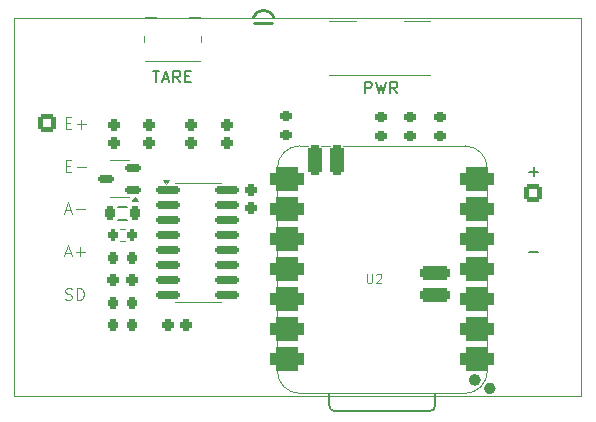
<source format=gto>
G04 #@! TF.GenerationSoftware,KiCad,Pcbnew,9.0.2*
G04 #@! TF.CreationDate,2025-08-04T18:18:05+01:00*
G04 #@! TF.ProjectId,mito,6d69746f-2e6b-4696-9361-645f70636258,rev?*
G04 #@! TF.SameCoordinates,Original*
G04 #@! TF.FileFunction,Legend,Top*
G04 #@! TF.FilePolarity,Positive*
%FSLAX46Y46*%
G04 Gerber Fmt 4.6, Leading zero omitted, Abs format (unit mm)*
G04 Created by KiCad (PCBNEW 9.0.2) date 2025-08-04 18:18:05*
%MOMM*%
%LPD*%
G01*
G04 APERTURE LIST*
G04 Aperture macros list*
%AMRoundRect*
0 Rectangle with rounded corners*
0 $1 Rounding radius*
0 $2 $3 $4 $5 $6 $7 $8 $9 X,Y pos of 4 corners*
0 Add a 4 corners polygon primitive as box body*
4,1,4,$2,$3,$4,$5,$6,$7,$8,$9,$2,$3,0*
0 Add four circle primitives for the rounded corners*
1,1,$1+$1,$2,$3*
1,1,$1+$1,$4,$5*
1,1,$1+$1,$6,$7*
1,1,$1+$1,$8,$9*
0 Add four rect primitives between the rounded corners*
20,1,$1+$1,$2,$3,$4,$5,0*
20,1,$1+$1,$4,$5,$6,$7,0*
20,1,$1+$1,$6,$7,$8,$9,0*
20,1,$1+$1,$8,$9,$2,$3,0*%
G04 Aperture macros list end*
%ADD10C,0.125000*%
%ADD11C,0.150000*%
%ADD12C,0.106680*%
%ADD13C,0.250000*%
%ADD14C,0.120000*%
%ADD15C,0.100000*%
%ADD16C,0.127000*%
%ADD17C,0.504000*%
%ADD18RoundRect,0.219000X-0.294000X0.219000X-0.294000X-0.219000X0.294000X-0.219000X0.294000X0.219000X0*%
%ADD19RoundRect,0.219000X-0.219000X-0.294000X0.219000X-0.294000X0.219000X0.294000X-0.219000X0.294000X0*%
%ADD20RoundRect,0.244000X-0.269000X0.244000X-0.269000X-0.244000X0.269000X-0.244000X0.269000X0.244000X0*%
%ADD21R,1.500000X1.000000*%
%ADD22R,0.500000X0.800000*%
%ADD23RoundRect,0.244000X0.269000X-0.244000X0.269000X0.244000X-0.269000X0.244000X-0.269000X-0.244000X0*%
%ADD24RoundRect,0.244000X0.244000X0.269000X-0.244000X0.269000X-0.244000X-0.269000X0.244000X-0.269000X0*%
%ADD25C,3.600000*%
%ADD26C,5.600000*%
%ADD27RoundRect,0.150000X-0.825000X-0.150000X0.825000X-0.150000X0.825000X0.150000X-0.825000X0.150000X0*%
%ADD28RoundRect,0.250000X-0.550000X0.550000X-0.550000X-0.550000X0.550000X-0.550000X0.550000X0.550000X0*%
%ADD29C,1.600000*%
%ADD30RoundRect,0.220000X-0.220000X-0.380000X0.220000X-0.380000X0.220000X0.380000X-0.220000X0.380000X0*%
%ADD31RoundRect,0.244000X-0.244000X-0.269000X0.244000X-0.269000X0.244000X0.269000X-0.244000X0.269000X0*%
%ADD32RoundRect,0.525400X0.900400X0.525400X-0.900400X0.525400X-0.900400X-0.525400X0.900400X-0.525400X0*%
%ADD33RoundRect,0.300400X-1.000400X-0.300400X1.000400X-0.300400X1.000400X0.300400X-1.000400X0.300400X0*%
%ADD34RoundRect,0.300400X0.300400X-1.000400X0.300400X1.000400X-0.300400X1.000400X-0.300400X-1.000400X0*%
%ADD35C,1.700000*%
%ADD36O,2.200000X3.500000*%
%ADD37R,1.500000X2.500000*%
%ADD38O,1.500000X2.500000*%
%ADD39R,1.550000X1.000000*%
%ADD40RoundRect,0.150000X0.512500X0.150000X-0.512500X0.150000X-0.512500X-0.150000X0.512500X-0.150000X0*%
%ADD41RoundRect,0.200000X-0.200000X-0.275000X0.200000X-0.275000X0.200000X0.275000X-0.200000X0.275000X0*%
G04 #@! TA.AperFunction,Profile*
%ADD42C,0.050000*%
G04 #@! TD*
G04 APERTURE END LIST*
D10*
X137350331Y-98467309D02*
X137683664Y-98467309D01*
X137826521Y-98991119D02*
X137350331Y-98991119D01*
X137350331Y-98991119D02*
X137350331Y-97991119D01*
X137350331Y-97991119D02*
X137826521Y-97991119D01*
X138255093Y-98610166D02*
X139016998Y-98610166D01*
X137302712Y-105885404D02*
X137778902Y-105885404D01*
X137207474Y-106171119D02*
X137540807Y-105171119D01*
X137540807Y-105171119D02*
X137874140Y-106171119D01*
X138207474Y-105790166D02*
X138969379Y-105790166D01*
X138588426Y-106171119D02*
X138588426Y-105409214D01*
X137350331Y-94827309D02*
X137683664Y-94827309D01*
X137826521Y-95351119D02*
X137350331Y-95351119D01*
X137350331Y-95351119D02*
X137350331Y-94351119D01*
X137350331Y-94351119D02*
X137826521Y-94351119D01*
X138255093Y-94970166D02*
X139016998Y-94970166D01*
X138636045Y-95351119D02*
X138636045Y-94589214D01*
X137302712Y-102255404D02*
X137778902Y-102255404D01*
X137207474Y-102541119D02*
X137540807Y-101541119D01*
X137540807Y-101541119D02*
X137874140Y-102541119D01*
X138207474Y-102160166D02*
X138969379Y-102160166D01*
D11*
X176576779Y-98978866D02*
X177338684Y-98978866D01*
X176957731Y-99359819D02*
X176957731Y-98597914D01*
X176546779Y-105808866D02*
X177308684Y-105808866D01*
X144693333Y-90424819D02*
X145264761Y-90424819D01*
X144979047Y-91424819D02*
X144979047Y-90424819D01*
X145550476Y-91139104D02*
X146026666Y-91139104D01*
X145455238Y-91424819D02*
X145788571Y-90424819D01*
X145788571Y-90424819D02*
X146121904Y-91424819D01*
X147026666Y-91424819D02*
X146693333Y-90948628D01*
X146455238Y-91424819D02*
X146455238Y-90424819D01*
X146455238Y-90424819D02*
X146836190Y-90424819D01*
X146836190Y-90424819D02*
X146931428Y-90472438D01*
X146931428Y-90472438D02*
X146979047Y-90520057D01*
X146979047Y-90520057D02*
X147026666Y-90615295D01*
X147026666Y-90615295D02*
X147026666Y-90758152D01*
X147026666Y-90758152D02*
X146979047Y-90853390D01*
X146979047Y-90853390D02*
X146931428Y-90901009D01*
X146931428Y-90901009D02*
X146836190Y-90948628D01*
X146836190Y-90948628D02*
X146455238Y-90948628D01*
X147455238Y-90901009D02*
X147788571Y-90901009D01*
X147931428Y-91424819D02*
X147455238Y-91424819D01*
X147455238Y-91424819D02*
X147455238Y-90424819D01*
X147455238Y-90424819D02*
X147931428Y-90424819D01*
D10*
X137297712Y-109798500D02*
X137440569Y-109846119D01*
X137440569Y-109846119D02*
X137678664Y-109846119D01*
X137678664Y-109846119D02*
X137773902Y-109798500D01*
X137773902Y-109798500D02*
X137821521Y-109750880D01*
X137821521Y-109750880D02*
X137869140Y-109655642D01*
X137869140Y-109655642D02*
X137869140Y-109560404D01*
X137869140Y-109560404D02*
X137821521Y-109465166D01*
X137821521Y-109465166D02*
X137773902Y-109417547D01*
X137773902Y-109417547D02*
X137678664Y-109369928D01*
X137678664Y-109369928D02*
X137488188Y-109322309D01*
X137488188Y-109322309D02*
X137392950Y-109274690D01*
X137392950Y-109274690D02*
X137345331Y-109227071D01*
X137345331Y-109227071D02*
X137297712Y-109131833D01*
X137297712Y-109131833D02*
X137297712Y-109036595D01*
X137297712Y-109036595D02*
X137345331Y-108941357D01*
X137345331Y-108941357D02*
X137392950Y-108893738D01*
X137392950Y-108893738D02*
X137488188Y-108846119D01*
X137488188Y-108846119D02*
X137726283Y-108846119D01*
X137726283Y-108846119D02*
X137869140Y-108893738D01*
X138297712Y-109846119D02*
X138297712Y-108846119D01*
X138297712Y-108846119D02*
X138535807Y-108846119D01*
X138535807Y-108846119D02*
X138678664Y-108893738D01*
X138678664Y-108893738D02*
X138773902Y-108988976D01*
X138773902Y-108988976D02*
X138821521Y-109084214D01*
X138821521Y-109084214D02*
X138869140Y-109274690D01*
X138869140Y-109274690D02*
X138869140Y-109417547D01*
X138869140Y-109417547D02*
X138821521Y-109608023D01*
X138821521Y-109608023D02*
X138773902Y-109703261D01*
X138773902Y-109703261D02*
X138678664Y-109798500D01*
X138678664Y-109798500D02*
X138535807Y-109846119D01*
X138535807Y-109846119D02*
X138297712Y-109846119D01*
D12*
X162841442Y-107653205D02*
X162841442Y-108286512D01*
X162841442Y-108286512D02*
X162878696Y-108361018D01*
X162878696Y-108361018D02*
X162915949Y-108398272D01*
X162915949Y-108398272D02*
X162990456Y-108435525D01*
X162990456Y-108435525D02*
X163139469Y-108435525D01*
X163139469Y-108435525D02*
X163213976Y-108398272D01*
X163213976Y-108398272D02*
X163251229Y-108361018D01*
X163251229Y-108361018D02*
X163288482Y-108286512D01*
X163288482Y-108286512D02*
X163288482Y-107653205D01*
X163623762Y-107727712D02*
X163661015Y-107690458D01*
X163661015Y-107690458D02*
X163735522Y-107653205D01*
X163735522Y-107653205D02*
X163921789Y-107653205D01*
X163921789Y-107653205D02*
X163996295Y-107690458D01*
X163996295Y-107690458D02*
X164033549Y-107727712D01*
X164033549Y-107727712D02*
X164070802Y-107802218D01*
X164070802Y-107802218D02*
X164070802Y-107876725D01*
X164070802Y-107876725D02*
X164033549Y-107988485D01*
X164033549Y-107988485D02*
X163586509Y-108435525D01*
X163586509Y-108435525D02*
X164070802Y-108435525D01*
D11*
X162691667Y-92354819D02*
X162691667Y-91354819D01*
X162691667Y-91354819D02*
X163072619Y-91354819D01*
X163072619Y-91354819D02*
X163167857Y-91402438D01*
X163167857Y-91402438D02*
X163215476Y-91450057D01*
X163215476Y-91450057D02*
X163263095Y-91545295D01*
X163263095Y-91545295D02*
X163263095Y-91688152D01*
X163263095Y-91688152D02*
X163215476Y-91783390D01*
X163215476Y-91783390D02*
X163167857Y-91831009D01*
X163167857Y-91831009D02*
X163072619Y-91878628D01*
X163072619Y-91878628D02*
X162691667Y-91878628D01*
X163596429Y-91354819D02*
X163834524Y-92354819D01*
X163834524Y-92354819D02*
X164025000Y-91640533D01*
X164025000Y-91640533D02*
X164215476Y-92354819D01*
X164215476Y-92354819D02*
X164453572Y-91354819D01*
X165405952Y-92354819D02*
X165072619Y-91878628D01*
X164834524Y-92354819D02*
X164834524Y-91354819D01*
X164834524Y-91354819D02*
X165215476Y-91354819D01*
X165215476Y-91354819D02*
X165310714Y-91402438D01*
X165310714Y-91402438D02*
X165358333Y-91450057D01*
X165358333Y-91450057D02*
X165405952Y-91545295D01*
X165405952Y-91545295D02*
X165405952Y-91688152D01*
X165405952Y-91688152D02*
X165358333Y-91783390D01*
X165358333Y-91783390D02*
X165310714Y-91831009D01*
X165310714Y-91831009D02*
X165215476Y-91878628D01*
X165215476Y-91878628D02*
X164834524Y-91878628D01*
D13*
X153290000Y-86364208D02*
X154830000Y-86364208D01*
X153223776Y-85885891D02*
G75*
G02*
X154960000Y-85894208I866224J-398317D01*
G01*
D14*
X148501100Y-99943600D02*
X146551100Y-99943600D01*
X148501100Y-99943600D02*
X150451100Y-99943600D01*
X148501100Y-110063600D02*
X146551100Y-110063600D01*
X148501100Y-110063600D02*
X150451100Y-110063600D01*
X145801100Y-99998600D02*
X145561100Y-99668600D01*
X146041100Y-99668600D01*
X145801100Y-99998600D01*
G36*
X145801100Y-99998600D02*
G01*
X145561100Y-99668600D01*
X146041100Y-99668600D01*
X145801100Y-99998600D01*
G37*
D11*
X141750000Y-101940000D02*
X142550000Y-101940000D01*
X141750000Y-103060000D02*
X142550000Y-103060000D01*
D15*
X155255000Y-98708500D02*
X155255000Y-115853500D01*
X157160000Y-117758500D02*
X171130000Y-117758500D01*
D16*
X159641000Y-118768500D02*
X159641000Y-117758500D01*
X168136272Y-119268500D02*
X160141000Y-119268500D01*
X168640000Y-117758500D02*
X168636272Y-118768772D01*
D15*
X171130000Y-96803500D02*
X157160000Y-96803500D01*
X173035000Y-98708500D02*
X173035000Y-115853500D01*
X155255000Y-98708500D02*
G75*
G02*
X157160000Y-96803500I1905000J0D01*
G01*
X157160000Y-117758500D02*
G75*
G02*
X155255000Y-115853500I50J1905050D01*
G01*
D16*
X160141000Y-119268500D02*
G75*
G02*
X159641000Y-118768500I100J500100D01*
G01*
X168636272Y-118768772D02*
G75*
G02*
X168136272Y-119268499I-500018J291D01*
G01*
D15*
X171130000Y-96803500D02*
G75*
G02*
X173035000Y-98708500I-1J-1905001D01*
G01*
X173035000Y-115857500D02*
G75*
G02*
X171130000Y-117762500I-1905001J1D01*
G01*
D17*
X172223000Y-116625500D02*
G75*
G02*
X171719000Y-116625500I-252000J0D01*
G01*
X171719000Y-116625500D02*
G75*
G02*
X172223000Y-116625500I252000J0D01*
G01*
X173497000Y-117342500D02*
G75*
G02*
X172993000Y-117342500I-252000J0D01*
G01*
X172993000Y-117342500D02*
G75*
G02*
X173497000Y-117342500I252000J0D01*
G01*
D14*
X161900000Y-86200000D02*
X159600000Y-86200000D01*
X168200000Y-86200000D02*
X166000000Y-86200000D01*
X168200000Y-90800000D02*
X159600000Y-90800000D01*
X143925000Y-88025000D02*
X143925000Y-87475000D01*
X144950000Y-85900000D02*
X144025000Y-85900000D01*
X148725000Y-85900000D02*
X147800000Y-85900000D01*
X148725000Y-89600000D02*
X144025000Y-89600000D01*
X148825000Y-88025000D02*
X148825000Y-87475000D01*
X141900000Y-98040000D02*
X141100000Y-98040000D01*
X141900000Y-98040000D02*
X142700000Y-98040000D01*
X141900000Y-101160000D02*
X141100000Y-101160000D01*
X141900000Y-101160000D02*
X142700000Y-101160000D01*
X143440000Y-101440000D02*
X142960000Y-101440000D01*
X143200000Y-101110000D01*
X143440000Y-101440000D01*
G36*
X143440000Y-101440000D02*
G01*
X142960000Y-101440000D01*
X143200000Y-101110000D01*
X143440000Y-101440000D01*
G37*
X141913842Y-103846100D02*
X142388358Y-103846100D01*
X141913842Y-104891100D02*
X142388358Y-104891100D01*
%LPC*%
D18*
X156000000Y-94255000D03*
X156000000Y-95895000D03*
D19*
X141331100Y-106273600D03*
X142971100Y-106273600D03*
D18*
X169025000Y-94330000D03*
X169025000Y-95970000D03*
D20*
X153025000Y-100545000D03*
X153025000Y-102105000D03*
D21*
X152310000Y-86614208D03*
D22*
X153660000Y-87114208D03*
X154460000Y-87114208D03*
D21*
X155810000Y-86614208D03*
D23*
X150975000Y-96600000D03*
X150975000Y-95040000D03*
D24*
X147531100Y-111988600D03*
X145971100Y-111988600D03*
D25*
X137000000Y-113950000D03*
D26*
X137000000Y-113950000D03*
D18*
X166525000Y-94330000D03*
X166525000Y-95970000D03*
D27*
X146026100Y-100558600D03*
X146026100Y-101828600D03*
X146026100Y-103098600D03*
X146026100Y-104368600D03*
X146026100Y-105638600D03*
X146026100Y-106908600D03*
X146026100Y-108178600D03*
X146026100Y-109448600D03*
X150976100Y-109448600D03*
X150976100Y-108178600D03*
X150976100Y-106908600D03*
X150976100Y-105638600D03*
X150976100Y-104368600D03*
X150976100Y-103098600D03*
X150976100Y-101828600D03*
X150976100Y-100558600D03*
D25*
X177000000Y-113950000D03*
D26*
X177000000Y-113950000D03*
D25*
X137000000Y-89950000D03*
D26*
X137000000Y-89950000D03*
D18*
X164025000Y-94330000D03*
X164025000Y-95970000D03*
D28*
X176930000Y-100760000D03*
D29*
X176930000Y-104360000D03*
D30*
X141090000Y-102500000D03*
X143210000Y-102500000D03*
D31*
X141371100Y-108178600D03*
X142931100Y-108178600D03*
D19*
X141331100Y-110083600D03*
X142971100Y-110083600D03*
X141331100Y-111988600D03*
X142971100Y-111988600D03*
D23*
X141400000Y-96600000D03*
X141400000Y-95040000D03*
D28*
X135730000Y-94910000D03*
D29*
X135730000Y-98510000D03*
X135730000Y-102110000D03*
X135730000Y-105710000D03*
X135730000Y-109310000D03*
D23*
X147975000Y-96600000D03*
X147975000Y-95040000D03*
D25*
X177000000Y-89950000D03*
D26*
X177000000Y-89950000D03*
D32*
X172200000Y-114841500D03*
X172200000Y-112301500D03*
X172200000Y-109761500D03*
X172200000Y-107221500D03*
X172200000Y-104681500D03*
X172200000Y-102141500D03*
X172200000Y-99601500D03*
X156035000Y-99601500D03*
X156035000Y-102141500D03*
X156035000Y-104681500D03*
X156035000Y-107221500D03*
X156035000Y-109761500D03*
X156035000Y-112301500D03*
X156035000Y-114841500D03*
D33*
X168590000Y-107535000D03*
X168590000Y-109440000D03*
D34*
X160335000Y-97984600D03*
X158430000Y-97984600D03*
D35*
X165415000Y-115790000D03*
X162875000Y-115790000D03*
X165415000Y-113250000D03*
X162875000Y-113250000D03*
D36*
X168000000Y-88500000D03*
X159800000Y-88500000D03*
D37*
X165900000Y-88500000D03*
D38*
X163900000Y-88500000D03*
X161900000Y-88500000D03*
D23*
X144400000Y-96600000D03*
X144400000Y-95040000D03*
D39*
X143750000Y-86900000D03*
X149000000Y-86900000D03*
X143750000Y-88600000D03*
X149000000Y-88600000D03*
D40*
X143037500Y-100550000D03*
X143037500Y-98650000D03*
X140762500Y-99600000D03*
D41*
X141326100Y-104368600D03*
X142976100Y-104368600D03*
%LPD*%
D42*
X133000000Y-86000000D02*
X181000000Y-86000000D01*
X181000000Y-118000000D01*
X133000000Y-118000000D01*
X133000000Y-86000000D01*
M02*

</source>
